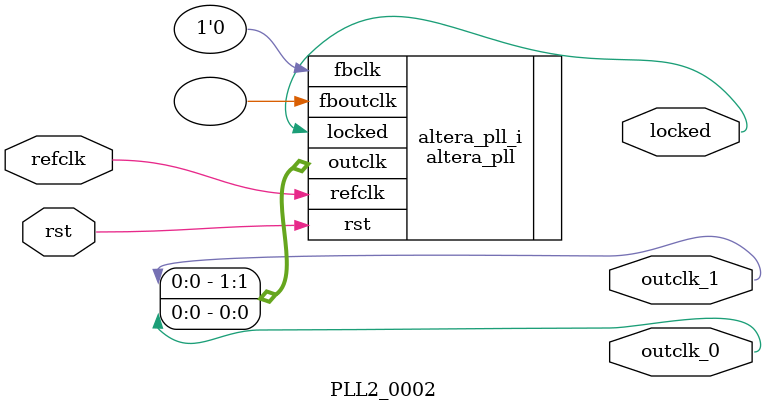
<source format=v>
`timescale 1ns/10ps
module  PLL2_0002(

	// interface 'refclk'
	input wire refclk,

	// interface 'reset'
	input wire rst,

	// interface 'outclk0'
	output wire outclk_0,

	// interface 'outclk1'
	output wire outclk_1,

	// interface 'locked'
	output wire locked
);

	altera_pll #(
		.fractional_vco_multiplier("false"),
		.reference_clock_frequency("50.0 MHz"),
		.operation_mode("direct"),
		.number_of_clocks(2),
		.output_clock_frequency0("22.000000 MHz"),
		.phase_shift0("0 ps"),
		.duty_cycle0(50),
		.output_clock_frequency1("30.000000 MHz"),
		.phase_shift1("0 ps"),
		.duty_cycle1(50),
		.output_clock_frequency2("0 MHz"),
		.phase_shift2("0 ps"),
		.duty_cycle2(50),
		.output_clock_frequency3("0 MHz"),
		.phase_shift3("0 ps"),
		.duty_cycle3(50),
		.output_clock_frequency4("0 MHz"),
		.phase_shift4("0 ps"),
		.duty_cycle4(50),
		.output_clock_frequency5("0 MHz"),
		.phase_shift5("0 ps"),
		.duty_cycle5(50),
		.output_clock_frequency6("0 MHz"),
		.phase_shift6("0 ps"),
		.duty_cycle6(50),
		.output_clock_frequency7("0 MHz"),
		.phase_shift7("0 ps"),
		.duty_cycle7(50),
		.output_clock_frequency8("0 MHz"),
		.phase_shift8("0 ps"),
		.duty_cycle8(50),
		.output_clock_frequency9("0 MHz"),
		.phase_shift9("0 ps"),
		.duty_cycle9(50),
		.output_clock_frequency10("0 MHz"),
		.phase_shift10("0 ps"),
		.duty_cycle10(50),
		.output_clock_frequency11("0 MHz"),
		.phase_shift11("0 ps"),
		.duty_cycle11(50),
		.output_clock_frequency12("0 MHz"),
		.phase_shift12("0 ps"),
		.duty_cycle12(50),
		.output_clock_frequency13("0 MHz"),
		.phase_shift13("0 ps"),
		.duty_cycle13(50),
		.output_clock_frequency14("0 MHz"),
		.phase_shift14("0 ps"),
		.duty_cycle14(50),
		.output_clock_frequency15("0 MHz"),
		.phase_shift15("0 ps"),
		.duty_cycle15(50),
		.output_clock_frequency16("0 MHz"),
		.phase_shift16("0 ps"),
		.duty_cycle16(50),
		.output_clock_frequency17("0 MHz"),
		.phase_shift17("0 ps"),
		.duty_cycle17(50),
		.pll_type("General"),
		.pll_subtype("General")
	) altera_pll_i (
		.rst	(rst),
		.outclk	({outclk_1, outclk_0}),
		.locked	(locked),
		.fboutclk	( ),
		.fbclk	(1'b0),
		.refclk	(refclk)
	);
endmodule


</source>
